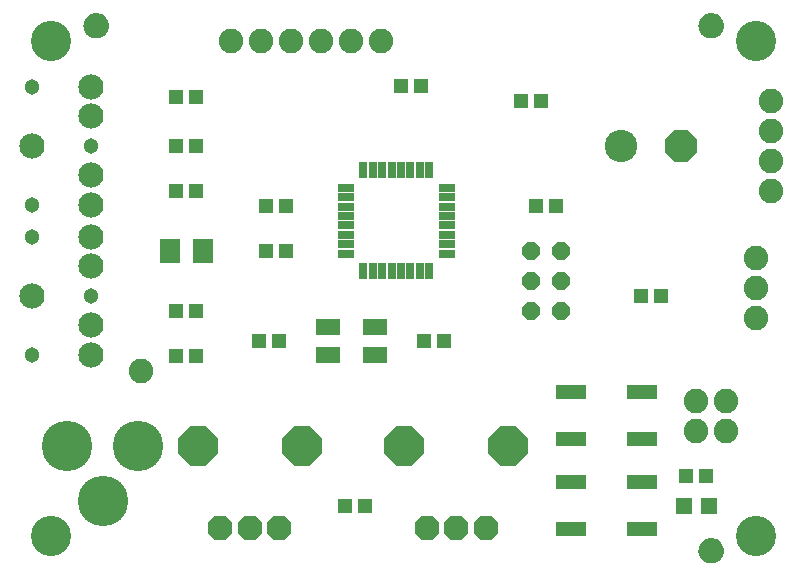
<source format=gts>
G75*
G70*
%OFA0B0*%
%FSLAX24Y24*%
%IPPOS*%
%LPD*%
%AMOC8*
5,1,8,0,0,1.08239X$1,22.5*
%
%ADD10C,0.1340*%
%ADD11R,0.0513X0.0474*%
%ADD12R,0.0474X0.0513*%
%ADD13C,0.0820*%
%ADD14R,0.0580X0.0300*%
%ADD15R,0.0300X0.0580*%
%ADD16OC8,0.0600*%
%ADD17C,0.0840*%
%ADD18C,0.0513*%
%ADD19C,0.1080*%
%ADD20OC8,0.1080*%
%ADD21R,0.1025X0.0474*%
%ADD22R,0.0710X0.0789*%
%ADD23OC8,0.0820*%
%ADD24OC8,0.1310*%
%ADD25C,0.0050*%
%ADD26C,0.1680*%
%ADD27R,0.0789X0.0552*%
%ADD28R,0.0552X0.0552*%
D10*
X003349Y001680D03*
X026849Y001680D03*
X026849Y018180D03*
X003349Y018180D03*
D11*
X007514Y016305D03*
X008184Y016305D03*
X010514Y012680D03*
X011184Y012680D03*
X011184Y011180D03*
X010514Y011180D03*
X010264Y008180D03*
X010934Y008180D03*
X015764Y008180D03*
X016434Y008180D03*
X015684Y016680D03*
X015014Y016680D03*
D12*
X019014Y016180D03*
X019684Y016180D03*
X019514Y012680D03*
X020184Y012680D03*
X023014Y009680D03*
X023684Y009680D03*
X024514Y003680D03*
X025184Y003680D03*
X013809Y002680D03*
X013139Y002680D03*
X008184Y007680D03*
X007514Y007680D03*
X007514Y009180D03*
X008184Y009180D03*
X008184Y013180D03*
X007514Y013180D03*
X007514Y014680D03*
X008184Y014680D03*
D13*
X009349Y018180D03*
X010349Y018180D03*
X011349Y018180D03*
X012349Y018180D03*
X013349Y018180D03*
X014349Y018180D03*
X026849Y010930D03*
X026849Y009930D03*
X026849Y008930D03*
X025849Y006180D03*
X024849Y006180D03*
X024849Y005180D03*
X025849Y005180D03*
X027349Y013180D03*
X027349Y014180D03*
X027349Y015180D03*
X027349Y016180D03*
X006349Y007180D03*
D14*
X013159Y011078D03*
X013159Y011393D03*
X013159Y011708D03*
X013159Y012023D03*
X013159Y012337D03*
X013159Y012652D03*
X013159Y012967D03*
X013159Y013282D03*
X016539Y013282D03*
X016539Y012967D03*
X016539Y012652D03*
X016539Y012337D03*
X016539Y012023D03*
X016539Y011708D03*
X016539Y011393D03*
X016539Y011078D03*
D15*
X015951Y010490D03*
X015636Y010490D03*
X015321Y010490D03*
X015007Y010490D03*
X014692Y010490D03*
X014377Y010490D03*
X014062Y010490D03*
X013747Y010490D03*
X013747Y013870D03*
X014062Y013870D03*
X014377Y013870D03*
X014692Y013870D03*
X015007Y013870D03*
X015321Y013870D03*
X015636Y013870D03*
X015951Y013870D03*
D16*
X019349Y011180D03*
X020349Y011180D03*
X020349Y010180D03*
X019349Y010180D03*
X019349Y009180D03*
X020349Y009180D03*
D17*
X004668Y008696D03*
X004668Y007711D03*
X002699Y009680D03*
X004668Y010664D03*
X004668Y011649D03*
X004668Y012711D03*
X004668Y013696D03*
X002699Y014680D03*
X004668Y015664D03*
X004668Y016649D03*
D18*
X002699Y016649D03*
X004668Y014680D03*
X002699Y012711D03*
X002699Y011649D03*
X004668Y009680D03*
X002699Y007711D03*
D19*
X022349Y014680D03*
D20*
X024349Y014680D03*
D21*
X023030Y006467D03*
X023030Y004893D03*
X023030Y003467D03*
X023030Y001893D03*
X020668Y001893D03*
X020668Y003467D03*
X020668Y004893D03*
X020668Y006467D03*
D22*
X008400Y011180D03*
X007298Y011180D03*
D23*
X008990Y001924D03*
X009974Y001924D03*
X010958Y001924D03*
X015865Y001924D03*
X016849Y001924D03*
X017833Y001924D03*
D24*
X018581Y004680D03*
X015117Y004680D03*
X011706Y004680D03*
X008242Y004680D03*
D25*
X024961Y001248D02*
X024955Y001180D01*
X024961Y001112D01*
X024979Y001045D01*
X025008Y000983D01*
X025047Y000927D01*
X025096Y000878D01*
X025152Y000839D01*
X025214Y000810D01*
X025281Y000792D01*
X025349Y000786D01*
X025417Y000792D01*
X025484Y000810D01*
X025546Y000839D01*
X025602Y000878D01*
X025651Y000927D01*
X025690Y000983D01*
X025719Y001045D01*
X025737Y001112D01*
X025743Y001180D01*
X025737Y001248D01*
X025719Y001315D01*
X025690Y001377D01*
X025651Y001433D01*
X025602Y001482D01*
X025546Y001521D01*
X025484Y001550D01*
X025417Y001568D01*
X025349Y001574D01*
X025281Y001568D01*
X025214Y001550D01*
X025152Y001521D01*
X025096Y001482D01*
X025047Y001433D01*
X025008Y001377D01*
X024979Y001315D01*
X024961Y001248D01*
X024961Y001247D02*
X025737Y001247D01*
X025741Y001199D02*
X024957Y001199D01*
X024958Y001150D02*
X025740Y001150D01*
X025734Y001102D02*
X024964Y001102D01*
X024977Y001053D02*
X025721Y001053D01*
X025700Y001005D02*
X024998Y001005D01*
X025027Y000956D02*
X025671Y000956D01*
X025631Y000908D02*
X025067Y000908D01*
X025124Y000859D02*
X025574Y000859D01*
X025485Y000811D02*
X025213Y000811D01*
X024974Y001296D02*
X025724Y001296D01*
X025705Y001344D02*
X024993Y001344D01*
X025019Y001393D02*
X025679Y001393D01*
X025643Y001441D02*
X025055Y001441D01*
X025107Y001490D02*
X025591Y001490D01*
X025509Y001538D02*
X025189Y001538D01*
X025349Y018286D02*
X025417Y018292D01*
X025484Y018310D01*
X025546Y018339D01*
X025602Y018378D01*
X025651Y018427D01*
X025690Y018483D01*
X025719Y018545D01*
X025737Y018612D01*
X025743Y018680D01*
X025737Y018748D01*
X025719Y018815D01*
X025690Y018877D01*
X025651Y018933D01*
X025602Y018982D01*
X025546Y019021D01*
X025484Y019050D01*
X025417Y019068D01*
X025349Y019074D01*
X025281Y019068D01*
X025214Y019050D01*
X025152Y019021D01*
X025096Y018982D01*
X025047Y018933D01*
X025008Y018877D01*
X024979Y018815D01*
X024961Y018748D01*
X024955Y018680D01*
X024961Y018612D01*
X024979Y018545D01*
X025008Y018483D01*
X025047Y018427D01*
X025096Y018378D01*
X025152Y018339D01*
X025214Y018310D01*
X025281Y018292D01*
X025349Y018286D01*
X025195Y018319D02*
X025503Y018319D01*
X025587Y018368D02*
X025111Y018368D01*
X025058Y018416D02*
X025640Y018416D01*
X025677Y018465D02*
X025021Y018465D01*
X024994Y018513D02*
X025704Y018513D01*
X025723Y018562D02*
X024975Y018562D01*
X024962Y018610D02*
X025736Y018610D01*
X025741Y018659D02*
X024957Y018659D01*
X024958Y018707D02*
X025740Y018707D01*
X025735Y018756D02*
X024963Y018756D01*
X024976Y018804D02*
X025722Y018804D01*
X025701Y018853D02*
X024997Y018853D01*
X025025Y018901D02*
X025673Y018901D01*
X025634Y018950D02*
X025064Y018950D01*
X025120Y018998D02*
X025579Y018998D01*
X025491Y019047D02*
X025207Y019047D01*
X005243Y018680D02*
X005237Y018612D01*
X005219Y018545D01*
X005190Y018483D01*
X005151Y018427D01*
X005102Y018378D01*
X005046Y018339D01*
X004984Y018310D01*
X004917Y018292D01*
X004849Y018286D01*
X004781Y018292D01*
X004714Y018310D01*
X004652Y018339D01*
X004596Y018378D01*
X004547Y018427D01*
X004508Y018483D01*
X004479Y018545D01*
X004461Y018612D01*
X004455Y018680D01*
X004461Y018748D01*
X004479Y018815D01*
X004508Y018877D01*
X004547Y018933D01*
X004596Y018982D01*
X004652Y019021D01*
X004714Y019050D01*
X004781Y019068D01*
X004849Y019074D01*
X004917Y019068D01*
X004984Y019050D01*
X005046Y019021D01*
X005102Y018982D01*
X005151Y018933D01*
X005190Y018877D01*
X005219Y018815D01*
X005237Y018748D01*
X005243Y018680D01*
X005241Y018659D02*
X004457Y018659D01*
X004458Y018707D02*
X005240Y018707D01*
X005235Y018756D02*
X004463Y018756D01*
X004476Y018804D02*
X005222Y018804D01*
X005201Y018853D02*
X004497Y018853D01*
X004525Y018901D02*
X005173Y018901D01*
X005134Y018950D02*
X004564Y018950D01*
X004620Y018998D02*
X005079Y018998D01*
X004991Y019047D02*
X004707Y019047D01*
X004462Y018610D02*
X005236Y018610D01*
X005223Y018562D02*
X004475Y018562D01*
X004494Y018513D02*
X005204Y018513D01*
X005177Y018465D02*
X004521Y018465D01*
X004558Y018416D02*
X005140Y018416D01*
X005087Y018368D02*
X004611Y018368D01*
X004695Y018319D02*
X005003Y018319D01*
D26*
X003881Y004680D03*
X006243Y004680D03*
X005062Y002830D03*
D27*
X012562Y007708D03*
X012562Y008652D03*
X014136Y008652D03*
X014136Y007708D03*
D28*
X024436Y002680D03*
X025262Y002680D03*
M02*

</source>
